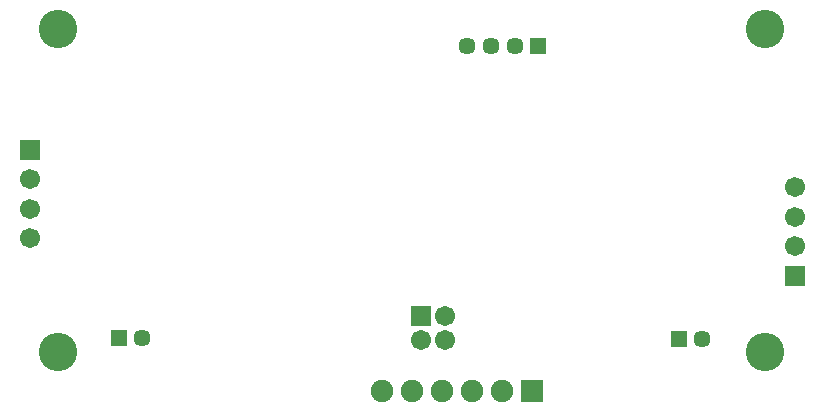
<source format=gbr>
G04 DipTrace 2.4.0.2*
%INBottomMask.gbr*%
%MOIN*%
%ADD37C,0.128*%
%ADD49C,0.075*%
%ADD51R,0.075X0.075*%
%ADD54C,0.067*%
%ADD58C,0.0572*%
%ADD60R,0.0572X0.0572*%
%ADD64C,0.0671*%
%ADD66R,0.0671X0.0671*%
%FSLAX44Y44*%
G04*
G70*
G90*
G75*
G01*
%LNBotMask*%
%LPD*%
D66*
X18008Y7085D3*
D64*
Y6297D3*
X18795D3*
Y7085D3*
D37*
X5906Y16666D3*
Y5904D3*
X29452Y16666D3*
Y5902D3*
D60*
X7929Y6374D3*
D58*
X8716Y6373D3*
D60*
X26583Y6347D3*
D58*
X27370Y6346D3*
D66*
X4959Y12645D3*
D54*
X4958Y11660D3*
X4956Y10676D3*
Y9693D3*
D66*
X30471Y8443D3*
D54*
X30472Y9428D3*
X30474Y10412D3*
Y11395D3*
D51*
X21704Y4603D3*
D49*
X20704D3*
X19704D3*
X18704D3*
X17704D3*
X16704D3*
D60*
X21910Y16103D3*
D58*
X21123Y16104D3*
X20333Y16103D3*
X19546D3*
M02*

</source>
